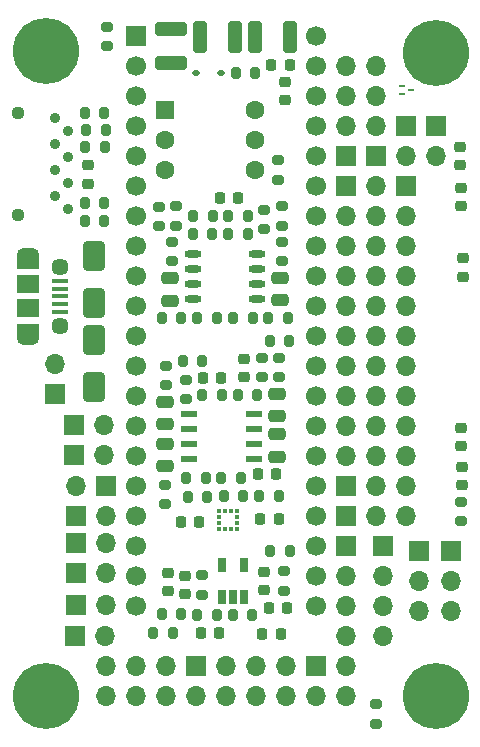
<source format=gbr>
%TF.GenerationSoftware,KiCad,Pcbnew,7.0.7*%
%TF.CreationDate,2023-11-03T20:36:06-04:00*%
%TF.ProjectId,DaisySeedBreakout,44616973-7953-4656-9564-427265616b6f,rev?*%
%TF.SameCoordinates,Original*%
%TF.FileFunction,Soldermask,Top*%
%TF.FilePolarity,Negative*%
%FSLAX46Y46*%
G04 Gerber Fmt 4.6, Leading zero omitted, Abs format (unit mm)*
G04 Created by KiCad (PCBNEW 7.0.7) date 2023-11-03 20:36:06*
%MOMM*%
%LPD*%
G01*
G04 APERTURE LIST*
G04 Aperture macros list*
%AMRoundRect*
0 Rectangle with rounded corners*
0 $1 Rounding radius*
0 $2 $3 $4 $5 $6 $7 $8 $9 X,Y pos of 4 corners*
0 Add a 4 corners polygon primitive as box body*
4,1,4,$2,$3,$4,$5,$6,$7,$8,$9,$2,$3,0*
0 Add four circle primitives for the rounded corners*
1,1,$1+$1,$2,$3*
1,1,$1+$1,$4,$5*
1,1,$1+$1,$6,$7*
1,1,$1+$1,$8,$9*
0 Add four rect primitives between the rounded corners*
20,1,$1+$1,$2,$3,$4,$5,0*
20,1,$1+$1,$4,$5,$6,$7,0*
20,1,$1+$1,$6,$7,$8,$9,0*
20,1,$1+$1,$8,$9,$2,$3,0*%
G04 Aperture macros list end*
%ADD10R,1.700000X1.700000*%
%ADD11O,1.700000X1.700000*%
%ADD12RoundRect,0.250000X0.475000X-0.250000X0.475000X0.250000X-0.475000X0.250000X-0.475000X-0.250000X0*%
%ADD13RoundRect,0.200000X0.275000X-0.200000X0.275000X0.200000X-0.275000X0.200000X-0.275000X-0.200000X0*%
%ADD14RoundRect,0.250000X-0.475000X0.250000X-0.475000X-0.250000X0.475000X-0.250000X0.475000X0.250000X0*%
%ADD15RoundRect,0.225000X0.225000X0.250000X-0.225000X0.250000X-0.225000X-0.250000X0.225000X-0.250000X0*%
%ADD16RoundRect,0.200000X0.200000X0.275000X-0.200000X0.275000X-0.200000X-0.275000X0.200000X-0.275000X0*%
%ADD17C,5.600000*%
%ADD18RoundRect,0.225000X-0.250000X0.225000X-0.250000X-0.225000X0.250000X-0.225000X0.250000X0.225000X0*%
%ADD19RoundRect,0.200000X-0.200000X-0.275000X0.200000X-0.275000X0.200000X0.275000X-0.200000X0.275000X0*%
%ADD20RoundRect,0.225000X0.250000X-0.225000X0.250000X0.225000X-0.250000X0.225000X-0.250000X-0.225000X0*%
%ADD21C,1.700000*%
%ADD22RoundRect,0.250000X0.325000X1.100000X-0.325000X1.100000X-0.325000X-1.100000X0.325000X-1.100000X0*%
%ADD23RoundRect,0.200000X-0.275000X0.200000X-0.275000X-0.200000X0.275000X-0.200000X0.275000X0.200000X0*%
%ADD24RoundRect,0.112500X0.187500X0.112500X-0.187500X0.112500X-0.187500X-0.112500X0.187500X-0.112500X0*%
%ADD25R,0.606400X0.200000*%
%ADD26R,1.460500X0.558800*%
%ADD27R,0.350000X0.375000*%
%ADD28R,0.375000X0.350000*%
%ADD29RoundRect,0.250000X1.100000X-0.325000X1.100000X0.325000X-1.100000X0.325000X-1.100000X-0.325000X0*%
%ADD30R,1.600000X1.600000*%
%ADD31C,1.600000*%
%ADD32RoundRect,0.225000X-0.225000X-0.250000X0.225000X-0.250000X0.225000X0.250000X-0.225000X0.250000X0*%
%ADD33RoundRect,0.250000X-0.325000X-1.100000X0.325000X-1.100000X0.325000X1.100000X-0.325000X1.100000X0*%
%ADD34RoundRect,0.070000X-0.300000X-0.525000X0.300000X-0.525000X0.300000X0.525000X-0.300000X0.525000X0*%
%ADD35RoundRect,0.250000X0.650000X-1.000000X0.650000X1.000000X-0.650000X1.000000X-0.650000X-1.000000X0*%
%ADD36R,1.350000X0.400000*%
%ADD37O,1.900000X1.200000*%
%ADD38R,1.900000X1.200000*%
%ADD39C,1.450000*%
%ADD40R,1.900000X1.500000*%
%ADD41O,1.450000X0.599999*%
%ADD42RoundRect,0.250000X-0.650000X1.000000X-0.650000X-1.000000X0.650000X-1.000000X0.650000X1.000000X0*%
%ADD43C,0.914400*%
%ADD44C,1.117600*%
G04 APERTURE END LIST*
D10*
%TO.C,J6*%
X132832544Y-63938518D03*
D11*
X132832544Y-61398518D03*
%TD*%
D12*
%TO.C,C4*%
X142182893Y-70052923D03*
X142182893Y-68152923D03*
%TD*%
D13*
%TO.C,R29*%
X142269628Y-63227352D03*
X142269628Y-61577352D03*
%TD*%
D14*
%TO.C,C5*%
X151686054Y-67377051D03*
X151686054Y-69277051D03*
%TD*%
D15*
%TO.C,C25*%
X146723400Y-84175600D03*
X145173400Y-84175600D03*
%TD*%
D16*
%TO.C,R21*%
X146188200Y-48869600D03*
X144538200Y-48869600D03*
%TD*%
%TO.C,R27*%
X149173200Y-50393600D03*
X147523200Y-50393600D03*
%TD*%
D15*
%TO.C,C18*%
X145034000Y-74777600D03*
X143484000Y-74777600D03*
%TD*%
D14*
%TO.C,C13*%
X142569200Y-54152800D03*
X142569200Y-56052800D03*
%TD*%
D17*
%TO.C,H4*%
X165100000Y-35052000D03*
%TD*%
D18*
%TO.C,C8*%
X167233600Y-66839800D03*
X167233600Y-68389800D03*
%TD*%
D10*
%TO.C,J17*%
X134620000Y-74250898D03*
D11*
X137160000Y-74250898D03*
%TD*%
D17*
%TO.C,H2*%
X165100000Y-89535000D03*
%TD*%
D12*
%TO.C,C11*%
X142196461Y-66532928D03*
X142196461Y-64632928D03*
%TD*%
D10*
%TO.C,J16*%
X165100000Y-41275000D03*
D11*
X165100000Y-43815000D03*
%TD*%
D15*
%TO.C,C28*%
X152524891Y-82060984D03*
X150974891Y-82060984D03*
%TD*%
D19*
%TO.C,R23*%
X144892800Y-57531000D03*
X146542800Y-57531000D03*
%TD*%
D15*
%TO.C,C14*%
X148348000Y-47396400D03*
X146798000Y-47396400D03*
%TD*%
D20*
%TO.C,C2*%
X167209191Y-48023763D03*
X167209191Y-46473763D03*
%TD*%
D19*
%TO.C,R15*%
X144905291Y-82670584D03*
X146555291Y-82670584D03*
%TD*%
D18*
%TO.C,C3*%
X152298400Y-37528200D03*
X152298400Y-39078200D03*
%TD*%
D14*
%TO.C,C12*%
X151941800Y-54127400D03*
X151941800Y-56027400D03*
%TD*%
D10*
%TO.C,J24*%
X162542600Y-46355000D03*
D11*
X162542600Y-48895000D03*
X162542600Y-51435000D03*
X162542600Y-53975000D03*
X162542600Y-56515000D03*
X162542600Y-59055000D03*
X162542600Y-61595000D03*
X162542600Y-64135000D03*
X162542600Y-66675000D03*
X162542600Y-69215000D03*
%TD*%
D10*
%TO.C,A1*%
X139700000Y-33655000D03*
D21*
X139700000Y-36195000D03*
X139700000Y-38735000D03*
X139700000Y-41275000D03*
X139700000Y-43815000D03*
X139700000Y-46355000D03*
X139700000Y-48895000D03*
X139700000Y-51435000D03*
X139700000Y-53975000D03*
X139700000Y-56515000D03*
X139700000Y-59055000D03*
X139700000Y-61595000D03*
X139700000Y-64135000D03*
X139700000Y-66675000D03*
X139700000Y-69215000D03*
X139700000Y-71755000D03*
X139700000Y-74295000D03*
X139700000Y-76835000D03*
X139700000Y-79375000D03*
X139700000Y-81915000D03*
X154940000Y-81915000D03*
X154940000Y-79375000D03*
X154940000Y-76835000D03*
X154940000Y-74295000D03*
X154940000Y-71755000D03*
X154940000Y-69215000D03*
X154940000Y-66675000D03*
X154940000Y-64135000D03*
X154940000Y-61595000D03*
X154940000Y-59055000D03*
X154940000Y-56515000D03*
X154940000Y-53975000D03*
X154940000Y-51435000D03*
X154940000Y-48895000D03*
X154940000Y-46355000D03*
X154940000Y-43815000D03*
X154940000Y-41275000D03*
X154940000Y-38735000D03*
X154940000Y-36195000D03*
X154940000Y-33655000D03*
%TD*%
D16*
%TO.C,R4*%
X137133600Y-41605200D03*
X135483600Y-41605200D03*
%TD*%
D22*
%TO.C,C19*%
X148050131Y-33766407D03*
X145100131Y-33766407D03*
%TD*%
D16*
%TO.C,R20*%
X149564691Y-82670584D03*
X147914691Y-82670584D03*
%TD*%
D10*
%TO.C,J19*%
X157480000Y-76835000D03*
D11*
X157480000Y-79375000D03*
X157480000Y-81915000D03*
X157480000Y-84455000D03*
X157480000Y-86995000D03*
X157480000Y-89535000D03*
%TD*%
D10*
%TO.C,J7*%
X160655000Y-76835000D03*
D11*
X160655000Y-79375000D03*
X160655000Y-81915000D03*
X160655000Y-84455000D03*
%TD*%
D16*
%TO.C,R6*%
X152666200Y-59436000D03*
X151016200Y-59436000D03*
%TD*%
D10*
%TO.C,J14*%
X157480000Y-71755000D03*
D11*
X160020000Y-71755000D03*
X162560000Y-71755000D03*
%TD*%
D10*
%TO.C,J9*%
X162560000Y-41275000D03*
D11*
X162560000Y-43815000D03*
%TD*%
D23*
%TO.C,R16*%
X145336091Y-79293384D03*
X145336091Y-80943384D03*
%TD*%
D24*
%TO.C,D1*%
X146896800Y-36779200D03*
X144796800Y-36779200D03*
%TD*%
D23*
%TO.C,R59*%
X152043400Y-51068200D03*
X152043400Y-52718200D03*
%TD*%
D16*
%TO.C,R7*%
X145614794Y-71092216D03*
X143964794Y-71092216D03*
%TD*%
D25*
%TO.C,U10*%
X162230725Y-37840979D03*
X162230725Y-38540977D03*
X162970525Y-38190978D03*
%TD*%
D26*
%TO.C,U3*%
X149674078Y-65653828D03*
X149674078Y-66923828D03*
X149674078Y-68193828D03*
X149674078Y-69463828D03*
X144225778Y-69463828D03*
X144225778Y-68193828D03*
X144225778Y-66923828D03*
X144225778Y-65653828D03*
%TD*%
D10*
%TO.C,J1*%
X163678752Y-77233367D03*
D11*
X163678752Y-79773367D03*
X163678752Y-82313367D03*
%TD*%
D15*
%TO.C,C70*%
X146944850Y-62601248D03*
X145394850Y-62601248D03*
%TD*%
D13*
%TO.C,R11*%
X160020000Y-91858600D03*
X160020000Y-90208600D03*
%TD*%
D23*
%TO.C,R18*%
X143934107Y-62752278D03*
X143934107Y-64402278D03*
%TD*%
D18*
%TO.C,C6*%
X167436800Y-52476400D03*
X167436800Y-54026400D03*
%TD*%
D16*
%TO.C,R14*%
X137032000Y-40132000D03*
X135382000Y-40132000D03*
%TD*%
D27*
%TO.C,U4*%
X146722400Y-75387700D03*
X147222400Y-75387700D03*
X147722400Y-75387700D03*
X148222400Y-75387700D03*
D28*
X148234900Y-74875200D03*
X148234900Y-74375200D03*
D27*
X148222400Y-73862700D03*
X147722400Y-73862700D03*
X147222400Y-73862700D03*
X146722400Y-73862700D03*
D28*
X146709900Y-74375200D03*
X146709900Y-74875200D03*
%TD*%
D10*
%TO.C,J3*%
X166345752Y-77233367D03*
D11*
X166345752Y-79773367D03*
X166345752Y-82313367D03*
%TD*%
D10*
%TO.C,J20*%
X160020000Y-43805000D03*
D11*
X160020000Y-41265000D03*
X160020000Y-38725000D03*
X160020000Y-36185000D03*
%TD*%
D18*
%TO.C,C1*%
X135636000Y-44586460D03*
X135636000Y-46136460D03*
%TD*%
D13*
%TO.C,R60*%
X152094200Y-49720000D03*
X152094200Y-48070000D03*
%TD*%
D19*
%TO.C,R31*%
X141908800Y-57556400D03*
X143558800Y-57556400D03*
%TD*%
D29*
%TO.C,C21*%
X142646400Y-35968200D03*
X142646400Y-33018200D03*
%TD*%
D10*
%TO.C,J13*%
X134620000Y-76572778D03*
D11*
X137160000Y-76572778D03*
%TD*%
D18*
%TO.C,C10*%
X167284400Y-70128800D03*
X167284400Y-71678800D03*
%TD*%
D19*
%TO.C,R26*%
X146162800Y-50368200D03*
X144512800Y-50368200D03*
%TD*%
D16*
%TO.C,R2*%
X137032000Y-47813140D03*
X135382000Y-47813140D03*
%TD*%
D30*
%TO.C,U1*%
X142138400Y-39902200D03*
D31*
X142138400Y-42442200D03*
X142138400Y-44982200D03*
X149758400Y-44982200D03*
X149758400Y-42442200D03*
X149758400Y-39902200D03*
%TD*%
D10*
%TO.C,J10*%
X157480000Y-74295000D03*
D11*
X160020000Y-74295000D03*
X162560000Y-74295000D03*
%TD*%
D13*
%TO.C,R33*%
X143102600Y-49719000D03*
X143102600Y-48069000D03*
%TD*%
D15*
%TO.C,C9*%
X151955800Y-84277200D03*
X150405800Y-84277200D03*
%TD*%
D13*
%TO.C,R25*%
X150337571Y-62542303D03*
X150337571Y-60892303D03*
%TD*%
D16*
%TO.C,R30*%
X152561600Y-57531000D03*
X150911600Y-57531000D03*
%TD*%
D10*
%TO.C,J2*%
X134575748Y-84410898D03*
D11*
X137115748Y-84410898D03*
%TD*%
D13*
%TO.C,R61*%
X141629400Y-49732200D03*
X141629400Y-48082200D03*
%TD*%
D10*
%TO.C,J11*%
X134620000Y-81788000D03*
D11*
X137160000Y-81788000D03*
%TD*%
D16*
%TO.C,R12*%
X143534400Y-82550000D03*
X141884400Y-82550000D03*
%TD*%
D32*
%TO.C,C71*%
X150050200Y-70764400D03*
X151600200Y-70764400D03*
%TD*%
D10*
%TO.C,J23*%
X157480000Y-46355000D03*
D11*
X160020000Y-46355000D03*
X157480000Y-48895000D03*
X160020000Y-48895000D03*
X157480000Y-51435000D03*
X160020000Y-51435000D03*
X157480000Y-53975000D03*
X160020000Y-53975000D03*
X157480000Y-56515000D03*
X160020000Y-56515000D03*
X157480000Y-59055000D03*
X160020000Y-59055000D03*
X157480000Y-61595000D03*
X160020000Y-61595000D03*
X157480000Y-64135000D03*
X160020000Y-64135000D03*
X157480000Y-66675000D03*
X160020000Y-66675000D03*
X157480000Y-69215000D03*
X160020000Y-69215000D03*
%TD*%
D15*
%TO.C,C15*%
X152717800Y-36068000D03*
X151167800Y-36068000D03*
%TD*%
D19*
%TO.C,R52*%
X151067000Y-77216000D03*
X152717000Y-77216000D03*
%TD*%
D18*
%TO.C,C26*%
X143862891Y-79368584D03*
X143862891Y-80918584D03*
%TD*%
D32*
%TO.C,C22*%
X150227400Y-74574400D03*
X151777400Y-74574400D03*
%TD*%
D10*
%TO.C,J26*%
X134500654Y-66548000D03*
D11*
X137040654Y-66548000D03*
%TD*%
D10*
%TO.C,J8*%
X137160000Y-71710898D03*
D11*
X134620000Y-71710898D03*
%TD*%
D33*
%TO.C,C20*%
X149765038Y-33731200D03*
X152715038Y-33731200D03*
%TD*%
D20*
%TO.C,C27*%
X150568491Y-80536984D03*
X150568491Y-78986984D03*
%TD*%
D10*
%TO.C,J12*%
X134620000Y-79112778D03*
D11*
X137160000Y-79112778D03*
%TD*%
D34*
%TO.C,U2*%
X146976891Y-81124984D03*
X147926891Y-81124984D03*
X148876891Y-81124984D03*
X148876891Y-78424984D03*
X146976891Y-78424984D03*
%TD*%
D23*
%TO.C,R53*%
X167233600Y-73076800D03*
X167233600Y-74726800D03*
%TD*%
D35*
%TO.C,D2*%
X136154565Y-56280665D03*
X136154565Y-52280665D03*
%TD*%
D13*
%TO.C,R55*%
X151739600Y-45833800D03*
X151739600Y-44183800D03*
%TD*%
D16*
%TO.C,R66*%
X148591328Y-71060488D03*
X146941328Y-71060488D03*
%TD*%
D17*
%TO.C,H3*%
X132080000Y-89535000D03*
%TD*%
D19*
%TO.C,R19*%
X148321000Y-64056675D03*
X149971000Y-64056675D03*
%TD*%
D16*
%TO.C,R8*%
X146984867Y-64071883D03*
X145334867Y-64071883D03*
%TD*%
D18*
%TO.C,C23*%
X142392400Y-79082600D03*
X142392400Y-80632600D03*
%TD*%
D13*
%TO.C,R28*%
X151808030Y-62551600D03*
X151808030Y-60901600D03*
%TD*%
D23*
%TO.C,R34*%
X142189200Y-71628000D03*
X142189200Y-73278000D03*
%TD*%
D19*
%TO.C,R10*%
X144083821Y-72648336D03*
X145733821Y-72648336D03*
%TD*%
D13*
%TO.C,R62*%
X137294044Y-34492378D03*
X137294044Y-32842378D03*
%TD*%
D10*
%TO.C,J5*%
X157480000Y-43805000D03*
D11*
X157480000Y-41265000D03*
X157480000Y-38725000D03*
X157480000Y-36185000D03*
%TD*%
D19*
%TO.C,R5*%
X147523200Y-48920400D03*
X149173200Y-48920400D03*
%TD*%
D36*
%TO.C,J15*%
X133256000Y-54381760D03*
X133256000Y-55031760D03*
X133256000Y-55681760D03*
X133256000Y-56331760D03*
X133256000Y-56981760D03*
D37*
X130556000Y-52181760D03*
D38*
X130556000Y-52781760D03*
D39*
X133256000Y-53181760D03*
D40*
X130556000Y-54681760D03*
X130556000Y-56681760D03*
D39*
X133256000Y-58181760D03*
D38*
X130556000Y-58581760D03*
D37*
X130556000Y-59181760D03*
%TD*%
D23*
%TO.C,R56*%
X142747000Y-51080400D03*
X142747000Y-52730400D03*
%TD*%
D16*
%TO.C,R3*%
X137082800Y-43078400D03*
X135432800Y-43078400D03*
%TD*%
D19*
%TO.C,R54*%
X148147100Y-36779200D03*
X149797100Y-36779200D03*
%TD*%
%TO.C,R9*%
X147135655Y-72613045D03*
X148785655Y-72613045D03*
%TD*%
D20*
%TO.C,C24*%
X148870146Y-62507196D03*
X148870146Y-60957196D03*
%TD*%
D18*
%TO.C,C16*%
X167182800Y-43014600D03*
X167182800Y-44564600D03*
%TD*%
D13*
%TO.C,R32*%
X150570200Y-50024800D03*
X150570200Y-48374800D03*
%TD*%
D17*
%TO.C,H1*%
X132080000Y-34925000D03*
%TD*%
D16*
%TO.C,R1*%
X137019800Y-49276000D03*
X135369800Y-49276000D03*
%TD*%
D19*
%TO.C,R67*%
X150128318Y-72610181D03*
X151778318Y-72610181D03*
%TD*%
%TO.C,R13*%
X141161000Y-84226400D03*
X142811000Y-84226400D03*
%TD*%
D41*
%TO.C,U7*%
X144535599Y-52109600D03*
X144535599Y-53379600D03*
X144535599Y-54649600D03*
X144535599Y-55919600D03*
X149985598Y-55919600D03*
X149985598Y-54649600D03*
X149985598Y-53379600D03*
X149985598Y-52109600D03*
%TD*%
D23*
%TO.C,R17*%
X152259800Y-78943200D03*
X152259800Y-80593200D03*
%TD*%
D10*
%TO.C,J25*%
X134500654Y-69088000D03*
D11*
X137040654Y-69088000D03*
%TD*%
D12*
%TO.C,C17*%
X151657966Y-65857618D03*
X151657966Y-63957618D03*
%TD*%
D42*
%TO.C,D3*%
X136174012Y-59362954D03*
X136174012Y-63362954D03*
%TD*%
D19*
%TO.C,R24*%
X143688801Y-61120609D03*
X145338801Y-61120609D03*
%TD*%
D16*
%TO.C,R22*%
X149577600Y-57531000D03*
X147927600Y-57531000D03*
%TD*%
D43*
%TO.C,J4*%
X132892800Y-40624399D03*
X133992800Y-41724399D03*
X132892800Y-42824400D03*
X133992800Y-43924400D03*
X132892800Y-45024398D03*
X133992800Y-46124398D03*
X132892800Y-47224398D03*
X133992800Y-48324399D03*
D44*
X129722799Y-40174398D03*
X129722799Y-48774399D03*
%TD*%
D10*
%TO.C,J18*%
X154940000Y-86995000D03*
D11*
X154940000Y-89535000D03*
X152400000Y-86995000D03*
X152400000Y-89535000D03*
X149860000Y-86995000D03*
X149860000Y-89535000D03*
X147320000Y-86995000D03*
X147320000Y-89535000D03*
%TD*%
D10*
%TO.C,J21*%
X144780000Y-86995000D03*
D11*
X144780000Y-89535000D03*
X142240000Y-86995000D03*
X142240000Y-89535000D03*
X139700000Y-86995000D03*
X139700000Y-89535000D03*
X137160000Y-86995000D03*
X137160000Y-89535000D03*
%TD*%
M02*

</source>
